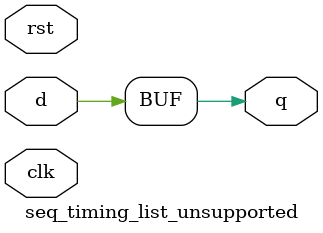
<source format=sv>

module seq_timing_list_unsupported(
  input logic clk,
  input logic rst,
  input logic d,
  output logic q
);
  // Unsupported by constructor: statement-list wrapper (multiple statements)
  // while extracting a timed sequential statement.
  always begin
    if (rst) q <= 1'b0;
    else q <= d;
    q <= d;
  end
endmodule

</source>
